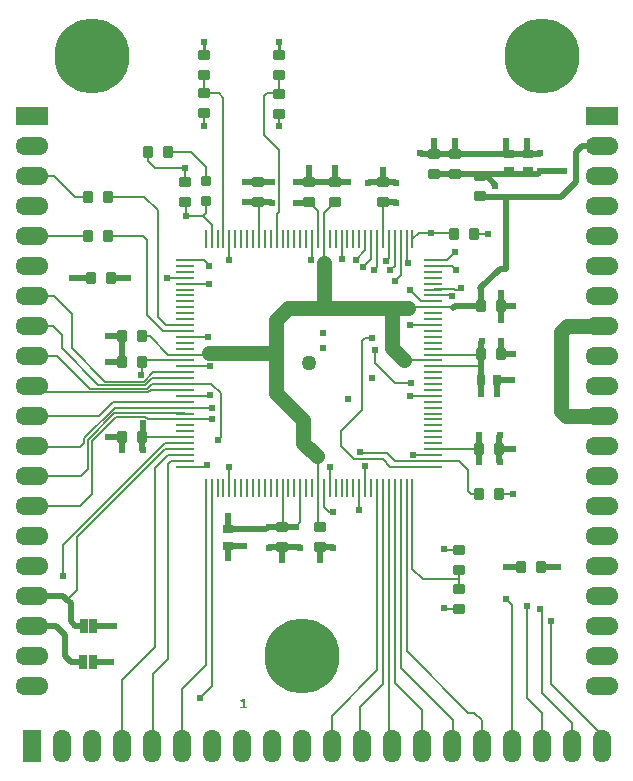
<source format=gtl>
G04*
G04 #@! TF.GenerationSoftware,Altium Limited,Altium Designer,18.1.9 (240)*
G04*
G04 Layer_Physical_Order=1*
G04 Layer_Color=255*
%FSLAX25Y25*%
%MOIN*%
G70*
G01*
G75*
%ADD13C,0.01000*%
%ADD16C,0.00800*%
%ADD19R,0.03740X0.02953*%
%ADD20R,0.02953X0.03740*%
G04:AMPARAMS|DCode=21|XSize=39.37mil|YSize=35.43mil|CornerRadius=4.43mil|HoleSize=0mil|Usage=FLASHONLY|Rotation=270.000|XOffset=0mil|YOffset=0mil|HoleType=Round|Shape=RoundedRectangle|*
%AMROUNDEDRECTD21*
21,1,0.03937,0.02657,0,0,270.0*
21,1,0.03051,0.03543,0,0,270.0*
1,1,0.00886,-0.01329,-0.01526*
1,1,0.00886,-0.01329,0.01526*
1,1,0.00886,0.01329,0.01526*
1,1,0.00886,0.01329,-0.01526*
%
%ADD21ROUNDEDRECTD21*%
G04:AMPARAMS|DCode=22|XSize=31.5mil|YSize=31.5mil|CornerRadius=3.94mil|HoleSize=0mil|Usage=FLASHONLY|Rotation=270.000|XOffset=0mil|YOffset=0mil|HoleType=Round|Shape=RoundedRectangle|*
%AMROUNDEDRECTD22*
21,1,0.03150,0.02362,0,0,270.0*
21,1,0.02362,0.03150,0,0,270.0*
1,1,0.00787,-0.01181,-0.01181*
1,1,0.00787,-0.01181,0.01181*
1,1,0.00787,0.01181,0.01181*
1,1,0.00787,0.01181,-0.01181*
%
%ADD22ROUNDEDRECTD22*%
%ADD23R,0.02500X0.05000*%
G04:AMPARAMS|DCode=24|XSize=39.37mil|YSize=35.43mil|CornerRadius=4.43mil|HoleSize=0mil|Usage=FLASHONLY|Rotation=0.000|XOffset=0mil|YOffset=0mil|HoleType=Round|Shape=RoundedRectangle|*
%AMROUNDEDRECTD24*
21,1,0.03937,0.02657,0,0,0.0*
21,1,0.03051,0.03543,0,0,0.0*
1,1,0.00886,0.01526,-0.01329*
1,1,0.00886,-0.01526,-0.01329*
1,1,0.00886,-0.01526,0.01329*
1,1,0.00886,0.01526,0.01329*
%
%ADD24ROUNDEDRECTD24*%
%ADD42O,0.06102X0.00984*%
%ADD43O,0.00984X0.06102*%
%ADD44C,0.05000*%
%ADD45C,0.02000*%
%ADD46C,0.05000*%
%ADD47C,0.00600*%
%ADD48C,0.25000*%
%ADD49R,0.11000X0.06000*%
%ADD50O,0.11000X0.06000*%
%ADD51R,0.06000X0.11000*%
%ADD52O,0.06000X0.11000*%
%ADD53C,0.02400*%
G36*
X179546Y121040D02*
X180263D01*
Y120500D01*
X178091D01*
Y121040D01*
X178922D01*
Y123137D01*
X178199Y122738D01*
X178000Y123234D01*
X179033Y123782D01*
X179546D01*
Y121040D01*
D02*
G37*
D13*
X191000Y338347D02*
Y342500D01*
X166000Y338347D02*
Y342500D01*
D16*
X242437Y238453D02*
X258106D01*
X147153Y302847D02*
Y306000D01*
Y302847D02*
X149500Y300500D01*
X159500D01*
X165500Y284500D02*
X166500Y285500D01*
Y289653D01*
X248654Y279000D02*
X249153Y278500D01*
X241500Y279000D02*
X248654D01*
X235449Y276937D02*
X237512Y279000D01*
X241500D01*
X160000Y284500D02*
X165500D01*
X168520Y281480D01*
Y276937D02*
Y281480D01*
X159500Y289154D02*
X160000Y288653D01*
Y284500D02*
Y288653D01*
X203953Y276937D02*
Y286201D01*
X201000Y289154D02*
X203953Y286201D01*
X184268Y276937D02*
Y288886D01*
X205921Y276937D02*
Y285575D01*
X209500Y289154D01*
X211827Y270327D02*
Y276937D01*
X234705Y248295D02*
X242437D01*
X234673Y224673D02*
X242437D01*
X219701Y194063D02*
Y201201D01*
X174425Y194063D02*
Y201075D01*
X166551Y201051D02*
X167000Y201500D01*
X159563Y234516D02*
X167984D01*
X159563Y262075D02*
X167575D01*
X145831Y236484D02*
X159563D01*
X145346Y236000D02*
X145831Y236484D01*
X154047Y238453D02*
X159563D01*
X148000Y244500D02*
X154047Y238453D01*
X145346Y244500D02*
X148000D01*
X159563Y224673D02*
X167673D01*
X168000Y225000D01*
X145346Y211000D02*
X145453Y210894D01*
X159500Y295847D02*
Y300500D01*
X255847Y278500D02*
X260500D01*
X264347Y192000D02*
X269000D01*
X235512Y204988D02*
X242437D01*
X145453Y210894D02*
X159563D01*
X145346Y231846D02*
Y236000D01*
X145000Y231500D02*
X145346Y231846D01*
X242437Y254201D02*
X248799D01*
X249000Y254000D01*
X234201Y254201D02*
X242437D01*
X234000Y254000D02*
X234201Y254201D01*
X159563Y244358D02*
X167358D01*
X167137Y238453D02*
X167500Y238816D01*
X205921Y269079D02*
Y276937D01*
Y269079D02*
X206000Y269000D01*
X207890Y194063D02*
Y201110D01*
X172137Y238453D02*
X172500Y238816D01*
X159563Y238453D02*
X167137D01*
X172137D01*
X203953Y194063D02*
Y204047D01*
X232516Y236484D02*
X242437D01*
X258106Y238453D02*
X258154Y238500D01*
X242437Y234516D02*
X257516D01*
X258000Y235000D01*
Y238347D01*
X258106Y238453D01*
X242437Y206957D02*
X257610D01*
X257653Y207000D01*
X242437Y269949D02*
X246949D01*
X249500Y272500D01*
X250000D01*
X251106Y260106D02*
X251500Y260500D01*
X249411Y260200D02*
X249505Y260106D01*
X251106D01*
X242437D02*
X242531Y260200D01*
X249411D01*
X217732Y186732D02*
Y194063D01*
X217500Y186500D02*
X217732Y186732D01*
X205921Y187579D02*
Y194063D01*
Y187579D02*
X207500Y186000D01*
X209000D01*
X198047Y182547D02*
Y194063D01*
X196500Y181000D02*
X198047Y182547D01*
X192142Y180988D02*
Y194063D01*
X192000Y180847D02*
X192142Y180988D01*
X203953Y181394D02*
Y194063D01*
Y181394D02*
X204500Y180847D01*
X166000Y314500D02*
Y318807D01*
X191000Y314500D02*
Y318653D01*
X225606Y276937D02*
Y289047D01*
X225500Y289154D02*
X225606Y289047D01*
X201500Y270000D02*
X201984Y270484D01*
Y276937D01*
X153543Y264043D02*
X159563D01*
X153500Y264000D02*
X153543Y264043D01*
X246153Y173346D02*
X251000D01*
X246000Y173500D02*
X246153Y173346D01*
X246346Y153654D02*
X251000D01*
X246000Y154000D02*
X246346Y153654D01*
X159563Y201051D02*
X166551D01*
D19*
X174000Y180256D02*
D03*
Y174744D02*
D03*
X267500Y299744D02*
D03*
Y305256D02*
D03*
X274000Y299744D02*
D03*
Y305256D02*
D03*
D20*
X258244Y230000D02*
D03*
X263756D02*
D03*
D21*
X147153Y306000D02*
D03*
X153847D02*
D03*
X127154Y291000D02*
D03*
X133846D02*
D03*
X127154Y278000D02*
D03*
X133846D02*
D03*
X249153Y278500D02*
D03*
X255847D02*
D03*
X257653Y192000D02*
D03*
X264347D02*
D03*
X128154Y264000D02*
D03*
X134846D02*
D03*
X278346Y167500D02*
D03*
X271654D02*
D03*
X264846Y254500D02*
D03*
X258154D02*
D03*
X138654Y244500D02*
D03*
X145346D02*
D03*
X138654Y236000D02*
D03*
X145346D02*
D03*
X138654Y211000D02*
D03*
X145346D02*
D03*
X264347Y207000D02*
D03*
X257653D02*
D03*
X264846Y238500D02*
D03*
X258154D02*
D03*
D22*
X166500Y289653D02*
D03*
Y296346D02*
D03*
D23*
X129122Y148000D02*
D03*
X125878D02*
D03*
X129000Y136000D02*
D03*
X125757D02*
D03*
D24*
X191000Y331653D02*
D03*
Y338347D02*
D03*
X166000Y331653D02*
D03*
Y338347D02*
D03*
X191000Y318653D02*
D03*
Y325346D02*
D03*
X166000Y318807D02*
D03*
Y325500D02*
D03*
X251000Y173346D02*
D03*
Y166654D02*
D03*
Y160346D02*
D03*
Y153654D02*
D03*
X159500Y289154D02*
D03*
Y295847D02*
D03*
X258000Y297847D02*
D03*
Y291154D02*
D03*
X242500Y305346D02*
D03*
Y298654D02*
D03*
X249500Y305346D02*
D03*
Y298654D02*
D03*
X209500Y295847D02*
D03*
Y289154D02*
D03*
X204500Y174153D02*
D03*
Y180847D02*
D03*
X192000Y174153D02*
D03*
Y180847D02*
D03*
X225500Y295847D02*
D03*
Y289154D02*
D03*
X201000Y295847D02*
D03*
Y289154D02*
D03*
X184000Y295847D02*
D03*
Y289154D02*
D03*
D42*
X242437Y201051D02*
D03*
Y203020D02*
D03*
Y204988D02*
D03*
Y206957D02*
D03*
Y208925D02*
D03*
Y210894D02*
D03*
Y212862D02*
D03*
Y214831D02*
D03*
Y216799D02*
D03*
Y218768D02*
D03*
Y220736D02*
D03*
Y222705D02*
D03*
Y224673D02*
D03*
Y226642D02*
D03*
Y228610D02*
D03*
Y230579D02*
D03*
Y232547D02*
D03*
Y234516D02*
D03*
Y236484D02*
D03*
Y238453D02*
D03*
Y240421D02*
D03*
Y242390D02*
D03*
Y244358D02*
D03*
Y246327D02*
D03*
Y248295D02*
D03*
Y250264D02*
D03*
Y252232D02*
D03*
Y254201D02*
D03*
Y256169D02*
D03*
Y258138D02*
D03*
Y260106D02*
D03*
Y262075D02*
D03*
Y264043D02*
D03*
Y266012D02*
D03*
Y267980D02*
D03*
Y269949D02*
D03*
X159563D02*
D03*
Y267980D02*
D03*
Y266012D02*
D03*
Y264043D02*
D03*
Y262075D02*
D03*
Y260106D02*
D03*
Y258138D02*
D03*
Y256169D02*
D03*
Y254201D02*
D03*
Y252232D02*
D03*
Y250264D02*
D03*
Y248295D02*
D03*
Y246327D02*
D03*
Y244358D02*
D03*
Y242390D02*
D03*
Y240421D02*
D03*
Y238453D02*
D03*
Y236484D02*
D03*
Y234516D02*
D03*
Y232547D02*
D03*
Y230579D02*
D03*
Y228610D02*
D03*
Y226642D02*
D03*
Y224673D02*
D03*
Y222705D02*
D03*
Y220736D02*
D03*
Y218768D02*
D03*
Y216799D02*
D03*
Y214831D02*
D03*
Y212862D02*
D03*
Y210894D02*
D03*
Y208925D02*
D03*
Y206957D02*
D03*
Y204988D02*
D03*
Y203020D02*
D03*
Y201051D02*
D03*
D43*
X235449Y276937D02*
D03*
X233480D02*
D03*
X231512D02*
D03*
X229543D02*
D03*
X227575D02*
D03*
X225606D02*
D03*
X223638D02*
D03*
X221669D02*
D03*
X219701D02*
D03*
X217732D02*
D03*
X215764D02*
D03*
X213795D02*
D03*
X211827D02*
D03*
X209858D02*
D03*
X207890D02*
D03*
X205921D02*
D03*
X203953D02*
D03*
X201984D02*
D03*
X200016D02*
D03*
X198047D02*
D03*
X196079D02*
D03*
X194110D02*
D03*
X192142D02*
D03*
X190173D02*
D03*
X188205D02*
D03*
X186236D02*
D03*
X184268D02*
D03*
X182299D02*
D03*
X180331D02*
D03*
X178362D02*
D03*
X176394D02*
D03*
X174425D02*
D03*
X172457D02*
D03*
X170488D02*
D03*
X168520D02*
D03*
X166551D02*
D03*
Y194063D02*
D03*
X168520D02*
D03*
X170488D02*
D03*
X172457D02*
D03*
X174425D02*
D03*
X176394D02*
D03*
X178362D02*
D03*
X180331D02*
D03*
X182299D02*
D03*
X184268D02*
D03*
X186236D02*
D03*
X188205D02*
D03*
X190173D02*
D03*
X192142D02*
D03*
X194110D02*
D03*
X196079D02*
D03*
X198047D02*
D03*
X200016D02*
D03*
X201984D02*
D03*
X203953D02*
D03*
X205921D02*
D03*
X207890D02*
D03*
X209858D02*
D03*
X211827D02*
D03*
X213795D02*
D03*
X215764D02*
D03*
X217732D02*
D03*
X219701D02*
D03*
X221669D02*
D03*
X223638D02*
D03*
X225606D02*
D03*
X227575D02*
D03*
X229543D02*
D03*
X231512D02*
D03*
X233480D02*
D03*
X235449D02*
D03*
D44*
X201000Y235500D02*
D03*
D45*
X122000Y264000D02*
X128154D01*
X134846D02*
X140500D01*
X266500Y167500D02*
X271654D01*
X278346D02*
X284000D01*
X258000Y238347D02*
X258244Y238102D01*
Y230000D02*
Y238102D01*
Y225244D02*
Y230000D01*
X263756Y225256D02*
Y230000D01*
X268500D01*
X174000Y174744D02*
X179256D01*
X174000Y170500D02*
Y174744D01*
Y180256D02*
Y184500D01*
X186756Y180256D02*
X187500Y181000D01*
X179256Y180256D02*
X186756D01*
X174000D02*
X179256D01*
X145346Y211000D02*
X145500Y211154D01*
X145346Y206653D02*
Y211000D01*
Y206653D02*
X145500Y206500D01*
X138654Y206653D02*
Y211000D01*
X138500Y206500D02*
X138654Y206653D01*
X134000Y211000D02*
X138654D01*
X134000Y236000D02*
X138654D01*
X134000Y244500D02*
X138654D01*
Y236000D02*
Y239846D01*
X138500Y240000D02*
X138654Y239846D01*
X138500Y240000D02*
Y244346D01*
X138654Y244500D01*
X179654Y295847D02*
X184000D01*
X179500Y296000D02*
X179654Y295847D01*
X196653D02*
X201000D01*
X196500Y296000D02*
X196653Y295847D01*
X209500D02*
Y300500D01*
X201000Y295847D02*
Y300500D01*
Y295847D02*
X209500D01*
X225500D02*
Y300000D01*
X242500Y305346D02*
Y309500D01*
X249500Y305346D02*
Y309500D01*
X273500Y305346D02*
Y309500D01*
X266500Y305346D02*
Y309500D01*
X238154Y305346D02*
X242500D01*
X238000Y305500D02*
X238154Y305346D01*
X273500D02*
X277847D01*
X278000Y305500D01*
X242500Y305346D02*
X249500D01*
X266500D01*
X273500D01*
X264846Y254500D02*
X269000D01*
X264846Y238500D02*
X269000D01*
X264846D02*
Y242846D01*
X265000Y243000D01*
X264846Y250153D02*
Y254500D01*
Y250153D02*
X265000Y250000D01*
X264846Y254500D02*
Y258846D01*
X265000Y259000D01*
X264347Y207000D02*
X269000D01*
X264347Y202654D02*
Y207000D01*
Y202654D02*
X264500Y202500D01*
X264347Y207000D02*
Y211347D01*
X264500Y211500D01*
X145500Y211154D02*
Y215500D01*
X258154Y238500D02*
Y242653D01*
X258500Y243000D01*
X258000Y291154D02*
X258154Y291000D01*
X266000D01*
X266500Y290500D01*
Y267000D02*
Y290500D01*
X264500Y267000D02*
X266500D01*
X258000Y260500D02*
X258154Y260347D01*
Y254500D02*
Y260347D01*
X258000Y260500D02*
X264500Y267000D01*
X249500Y254500D02*
X258154D01*
X249000Y254000D02*
X249500Y254500D01*
X257653Y207000D02*
Y211347D01*
X257500Y211500D02*
X257653Y211347D01*
Y202654D02*
Y207000D01*
X257500Y202500D02*
X257653Y202654D01*
X204500Y170000D02*
Y174153D01*
X208846D01*
X209000Y174000D01*
X192000Y170000D02*
Y174153D01*
X187654D02*
X192000D01*
X187500Y174000D02*
X187654Y174153D01*
X187654Y180847D02*
X192000D01*
X187500Y181000D02*
X187654Y180847D01*
X192000D02*
X196346D01*
X196500Y181000D01*
X192000Y174153D02*
X197846D01*
X198000Y174000D01*
X200847Y289000D02*
X201000Y289154D01*
X196500Y289000D02*
X200847D01*
X184000Y295847D02*
X188347D01*
X188500Y296000D01*
X184000Y289154D02*
X188347D01*
X188500Y289000D01*
X179654Y289154D02*
X184000D01*
X242500Y298654D02*
X249500D01*
X266500D02*
X273500D01*
X258000Y297847D02*
X260154D01*
X263000Y295000D01*
X273500Y298654D02*
X277153D01*
X278000Y299500D01*
X282000D01*
X286000D01*
X225500Y289154D02*
X229847D01*
X230000Y289000D01*
X225500Y295847D02*
X229654D01*
X230000Y295500D01*
X220847Y295847D02*
X225500D01*
X220500Y295500D02*
X220847Y295847D01*
X209500D02*
X213846D01*
X214000Y296000D01*
X266000Y291000D02*
X285000D01*
X290000Y296000D01*
Y306000D01*
X292000Y308000D01*
X298500D01*
X249500Y298654D02*
X266500D01*
X108500Y158000D02*
X119000D01*
X121500Y149500D02*
Y155500D01*
Y149500D02*
X123000Y148000D01*
X125878D01*
X108500D02*
X116500D01*
X119500Y145000D01*
Y138000D02*
Y145000D01*
Y138000D02*
X121500Y136000D01*
X125757D01*
X129122Y148000D02*
X136000D01*
X129000Y136000D02*
X135000D01*
X119000Y158000D02*
X120250Y156750D01*
X121500Y155500D01*
D46*
X190000Y225625D02*
X199000Y216625D01*
X190000Y225625D02*
Y238816D01*
Y250000D01*
X194000Y254000D01*
X201000D01*
X199000Y209000D02*
Y216625D01*
X172500Y238816D02*
X190000D01*
X199000Y209000D02*
X203500Y204500D01*
X228500Y240500D02*
Y254000D01*
Y240500D02*
X232500Y236500D01*
X228500Y254000D02*
X234000D01*
X206000Y254500D02*
Y269000D01*
X205500Y254000D02*
X206000Y254500D01*
X201000Y254000D02*
X205500D01*
X228500D01*
X167500Y238816D02*
X172500D01*
X286500Y218000D02*
X298500D01*
X285000Y219500D02*
X286500Y218000D01*
X285000Y219500D02*
Y246000D01*
X287000Y248000D01*
X298500D01*
D47*
X153847Y306000D02*
X161500D01*
X166500Y301000D01*
Y296346D02*
Y301000D01*
X153988Y204988D02*
X159563D01*
X174425Y269925D02*
Y276937D01*
X159563Y269949D02*
X166051D01*
X167500Y268000D02*
X168000D01*
X166051Y269949D02*
X168000Y268000D01*
X184000Y289154D02*
X184268Y288886D01*
X242437Y203020D02*
X250980D01*
X254000Y200000D01*
Y193000D02*
Y200000D01*
Y193000D02*
X255000Y192000D01*
X257653D01*
X166551Y135051D02*
Y194063D01*
X155020Y203020D02*
X159563D01*
X154000Y137000D02*
Y202000D01*
X155020Y203020D01*
X149500Y141000D02*
Y200500D01*
X153988Y204988D01*
X168520Y128020D02*
Y194063D01*
X164500Y124000D02*
X168520Y128020D01*
X149000Y132000D02*
X154000Y137000D01*
X148500Y108000D02*
X149000Y108500D01*
X138500Y130000D02*
X149500Y141000D01*
X138500Y108000D02*
Y130000D01*
X149000Y108500D02*
Y132000D01*
X158500Y127000D02*
X166551Y135051D01*
X158500Y108000D02*
Y127000D01*
X223638Y133138D02*
Y194063D01*
X208500Y118000D02*
X223638Y133138D01*
X208500Y108000D02*
Y118000D01*
X225606Y128606D02*
Y194063D01*
X218000Y121000D02*
X225606Y128606D01*
X218000Y108500D02*
Y121000D01*
Y108500D02*
X218500Y108000D01*
X227575Y108925D02*
Y194063D01*
Y108925D02*
X228500Y108000D01*
X229543Y128957D02*
Y194063D01*
Y128957D02*
X238500Y120000D01*
Y108000D02*
Y120000D01*
X231512Y133988D02*
Y194063D01*
Y133988D02*
X249000Y116500D01*
Y108500D02*
Y116500D01*
X248500Y108000D02*
X249000Y108500D01*
X233480Y139520D02*
Y194063D01*
Y139520D02*
X254000Y119000D01*
X256000D01*
X258500Y116500D01*
Y108000D02*
Y116500D01*
X235449Y167051D02*
Y194063D01*
X147171Y216799D02*
X159563D01*
X128500Y192000D02*
Y209500D01*
X124500Y188000D02*
X128500Y192000D01*
X108500Y188000D02*
X124500D01*
X136600Y217600D02*
X146370D01*
X147171Y216799D01*
X128500Y209500D02*
X136600Y217600D01*
X159531Y218800D02*
X159563Y218768D01*
X136103Y218800D02*
X159531D01*
X127300Y209997D02*
X136103Y218800D01*
X127300Y200300D02*
Y209997D01*
X125000Y198000D02*
X127300Y200300D01*
X108500Y198000D02*
X125000D01*
X136342Y220736D02*
X159563D01*
X126100Y210494D02*
X136342Y220736D01*
X126100Y209100D02*
Y210494D01*
X124500Y207500D02*
X126100Y209100D01*
X109000Y207500D02*
X124500D01*
X108500Y208000D02*
X109000Y207500D01*
X135705Y222705D02*
X159563D01*
X131000Y218000D02*
X135705Y222705D01*
X108500Y218000D02*
X131000D01*
X108500Y238000D02*
X117000D01*
X118500Y240500D02*
Y245000D01*
X115500Y248000D02*
X118500Y245000D01*
X108500Y248000D02*
X115500D01*
X147361Y225800D02*
X148203Y226642D01*
X159563D01*
X110700Y225800D02*
X147361D01*
X128000Y227000D02*
X146864D01*
X130800Y228200D02*
X146367D01*
X148746Y230579D02*
X159563D01*
X146367Y228200D02*
X148746Y230579D01*
X118500Y240500D02*
X130800Y228200D01*
X117000Y238000D02*
X128000Y227000D01*
X108500Y228000D02*
X110700Y225800D01*
X149017Y232547D02*
X159563D01*
X145870Y229400D02*
X149017Y232547D01*
X133100Y229400D02*
X145870D01*
X122000Y240500D02*
X133100Y229400D01*
X122000Y240500D02*
Y252000D01*
X116000Y258000D02*
X122000Y252000D01*
X108500Y258000D02*
X116000D01*
X232500Y236500D02*
X232516Y236484D01*
X203500Y204500D02*
X203953Y204047D01*
X219701Y273201D02*
Y276937D01*
X216500Y270000D02*
X219701Y273201D01*
X221669Y270169D02*
Y276937D01*
X219000Y267500D02*
X221669Y270169D01*
X223638Y267638D02*
Y276937D01*
X222500Y266500D02*
X223638Y267638D01*
X227575Y270575D02*
Y276937D01*
X226500Y269500D02*
X227575Y270575D01*
X229543Y268043D02*
Y276937D01*
X233480Y269520D02*
Y276937D01*
Y269520D02*
X234000Y269000D01*
X242437Y258138D02*
X248362D01*
X248500Y258000D01*
X238331Y256169D02*
X242437D01*
X234500Y260000D02*
X238331Y256169D01*
X242437Y267980D02*
X248520D01*
X250000Y266500D01*
X242437Y201051D02*
X244449D01*
X153205Y248295D02*
X159563D01*
X150500Y251000D02*
X153205Y248295D01*
X150500Y251000D02*
Y286500D01*
X146000Y291000D02*
X150500Y286500D01*
X133846Y291000D02*
X146000D01*
X152173Y246327D02*
X159563D01*
X147000Y251500D02*
X152173Y246327D01*
X147000Y251500D02*
Y276500D01*
X145500Y278000D02*
X147000Y276500D01*
X133846Y278000D02*
X145500D01*
X108500Y298000D02*
X116000D01*
X123000Y291000D01*
X127154D01*
X108500Y278000D02*
X127154D01*
X172457Y276937D02*
Y324043D01*
X171000Y325500D02*
X172457Y324043D01*
X166000Y325500D02*
X171000D01*
X166000D02*
Y331653D01*
X190173Y276937D02*
Y285173D01*
X191000Y286000D01*
Y306500D01*
X186000Y311500D02*
X191000Y306500D01*
X186000Y311500D02*
Y324500D01*
X187000Y325500D01*
X190847D01*
X191000Y325346D01*
Y331653D01*
X146864Y227000D02*
X148474Y228610D01*
X159563D01*
X298500Y108000D02*
Y111500D01*
X281500Y128500D02*
X298500Y111500D01*
X281500Y128500D02*
Y149500D01*
X231512Y265012D02*
Y276937D01*
X229500Y263000D02*
X231512Y265012D01*
X228000Y266500D02*
X229543Y268043D01*
X288500Y108000D02*
Y115500D01*
X278500Y125500D02*
X288500Y115500D01*
X278500Y125500D02*
Y153000D01*
X278000Y153500D02*
X278500Y153000D01*
Y108000D02*
Y119000D01*
X273500Y124000D02*
X278500Y119000D01*
X273500Y124000D02*
Y154500D01*
X268500Y108000D02*
Y155000D01*
X229500Y229000D02*
X235000D01*
X223000Y235500D02*
X229500Y229000D01*
X223000Y235500D02*
Y240000D01*
X242305Y202888D02*
X242437Y203020D01*
X229612Y202888D02*
X242305D01*
X227949Y201051D02*
X242437D01*
X211500Y213000D02*
X218500Y220000D01*
Y243000D01*
X219500Y244000D01*
X222000D01*
X266500Y157000D02*
X268500Y155000D01*
X239000Y163500D02*
X251000D01*
X235449Y167051D02*
X239000Y163500D01*
X251000Y160346D02*
Y163500D01*
Y166654D01*
X159563Y216799D02*
X168500D01*
X159563Y220736D02*
X168264D01*
X168500Y220500D01*
X159563Y228610D02*
X168390D01*
X171500Y225500D01*
Y211000D02*
Y225500D01*
X170500Y210000D02*
X171500Y211000D01*
X225500Y203500D02*
X227949Y201051D01*
X227000Y205500D02*
X229612Y202888D01*
X211500Y208000D02*
Y213000D01*
Y208000D02*
X216000Y203500D01*
X225500D01*
X218000Y206000D02*
X218500Y205500D01*
X227000D01*
X152925Y208925D02*
X159563D01*
X119000Y175000D02*
X152925Y208925D01*
X119000Y164500D02*
Y175000D01*
X153043Y206957D02*
X159563D01*
X153000Y207000D02*
X153043Y206957D01*
X123500Y177500D02*
X153000Y207000D01*
X123500Y160000D02*
Y177500D01*
X120250Y156750D02*
X123500Y160000D01*
D48*
X198500Y138000D02*
D03*
X128500Y338000D02*
D03*
X278500D02*
D03*
D49*
X108500Y318000D02*
D03*
X298500D02*
D03*
D50*
X108500Y308000D02*
D03*
Y298000D02*
D03*
Y288000D02*
D03*
Y278000D02*
D03*
Y268000D02*
D03*
Y258000D02*
D03*
Y248000D02*
D03*
Y238000D02*
D03*
Y228000D02*
D03*
Y218000D02*
D03*
Y208000D02*
D03*
Y198000D02*
D03*
Y188000D02*
D03*
Y178000D02*
D03*
Y168000D02*
D03*
Y158000D02*
D03*
Y148000D02*
D03*
Y138000D02*
D03*
Y128000D02*
D03*
X298500Y308000D02*
D03*
Y298000D02*
D03*
Y288000D02*
D03*
Y278000D02*
D03*
Y268000D02*
D03*
Y258000D02*
D03*
Y248000D02*
D03*
Y238000D02*
D03*
Y228000D02*
D03*
Y218000D02*
D03*
Y208000D02*
D03*
Y198000D02*
D03*
Y188000D02*
D03*
Y178000D02*
D03*
Y168000D02*
D03*
Y158000D02*
D03*
Y148000D02*
D03*
Y138000D02*
D03*
Y128000D02*
D03*
D51*
X108500Y108000D02*
D03*
D52*
X118500D02*
D03*
X128500D02*
D03*
X138500D02*
D03*
X148500D02*
D03*
X158500D02*
D03*
X168500D02*
D03*
X178500D02*
D03*
X188500D02*
D03*
X198500D02*
D03*
X208500D02*
D03*
X218500D02*
D03*
X228500D02*
D03*
X238500D02*
D03*
X248500D02*
D03*
X258500D02*
D03*
X268500D02*
D03*
X278500D02*
D03*
X288500D02*
D03*
X298500D02*
D03*
D53*
X122000Y264000D02*
D03*
X140500D02*
D03*
X266500Y167500D02*
D03*
X284000D02*
D03*
X258244Y225244D02*
D03*
X263756Y225256D02*
D03*
X268500Y230000D02*
D03*
X179256Y174744D02*
D03*
X174000Y170500D02*
D03*
Y184500D02*
D03*
X179256Y180256D02*
D03*
X241500Y279000D02*
D03*
X160000Y284500D02*
D03*
X174425Y269925D02*
D03*
X167500Y268000D02*
D03*
X179654Y289154D02*
D03*
X211827Y270327D02*
D03*
X234705Y248295D02*
D03*
X234673Y224673D02*
D03*
X235512Y204988D02*
D03*
X219701Y201201D02*
D03*
X207890Y201110D02*
D03*
X174425Y201075D02*
D03*
X167000Y201500D02*
D03*
X167984Y234516D02*
D03*
X167575Y262075D02*
D03*
X168000Y225000D02*
D03*
X145500Y206500D02*
D03*
X138500D02*
D03*
X134000Y211000D02*
D03*
Y236000D02*
D03*
Y244500D02*
D03*
X138500Y240000D02*
D03*
X159500Y300500D02*
D03*
X179500Y296000D02*
D03*
X196500D02*
D03*
X209500Y300500D02*
D03*
X201000D02*
D03*
X225500Y300000D02*
D03*
X242500Y309500D02*
D03*
X249500D02*
D03*
X273500D02*
D03*
X266500D02*
D03*
X238000Y305500D02*
D03*
X278000D02*
D03*
X260500Y278500D02*
D03*
X269000Y254500D02*
D03*
Y238500D02*
D03*
X265000Y243000D02*
D03*
Y250000D02*
D03*
Y259000D02*
D03*
X269000Y207000D02*
D03*
X264500Y202500D02*
D03*
Y211500D02*
D03*
X269000Y192000D02*
D03*
X164500Y124000D02*
D03*
X145500Y215500D02*
D03*
X145000Y231500D02*
D03*
X214000Y223500D02*
D03*
X205500Y245500D02*
D03*
Y240500D02*
D03*
X222000Y230500D02*
D03*
X258500Y243000D02*
D03*
X167358Y244358D02*
D03*
X201500Y270000D02*
D03*
X257500Y211500D02*
D03*
Y202500D02*
D03*
X204500Y170000D02*
D03*
X209000Y174000D02*
D03*
X192000Y170000D02*
D03*
X187500Y174000D02*
D03*
Y181000D02*
D03*
X196500D02*
D03*
X198000Y174000D02*
D03*
X196500Y289000D02*
D03*
X188500Y296000D02*
D03*
Y289000D02*
D03*
X278000Y299500D02*
D03*
X282000D02*
D03*
X286000D02*
D03*
X216500Y270000D02*
D03*
X219000Y267500D02*
D03*
X222500Y266500D02*
D03*
X226500Y269500D02*
D03*
X234000Y269000D02*
D03*
X249500Y272500D02*
D03*
X251500Y260500D02*
D03*
X248500Y258000D02*
D03*
X234500Y260000D02*
D03*
X250000Y266500D02*
D03*
X217500Y186500D02*
D03*
X209000Y186000D02*
D03*
X191000Y342500D02*
D03*
X166000D02*
D03*
Y314500D02*
D03*
X191000D02*
D03*
X230000Y289000D02*
D03*
Y295500D02*
D03*
X220500D02*
D03*
X214000Y296000D02*
D03*
X281500Y149500D02*
D03*
X278000Y153500D02*
D03*
X273500Y154500D02*
D03*
X229500Y263000D02*
D03*
X228000Y266500D02*
D03*
X235000Y229000D02*
D03*
X223000Y240000D02*
D03*
X153500Y264000D02*
D03*
X222000Y244000D02*
D03*
X263000Y294500D02*
D03*
X266500Y157000D02*
D03*
X246000Y173500D02*
D03*
Y154000D02*
D03*
X168500Y220500D02*
D03*
Y216799D02*
D03*
X170500Y210000D02*
D03*
X218000Y206000D02*
D03*
X136000Y148000D02*
D03*
X135000Y136000D02*
D03*
X119000Y164500D02*
D03*
M02*

</source>
